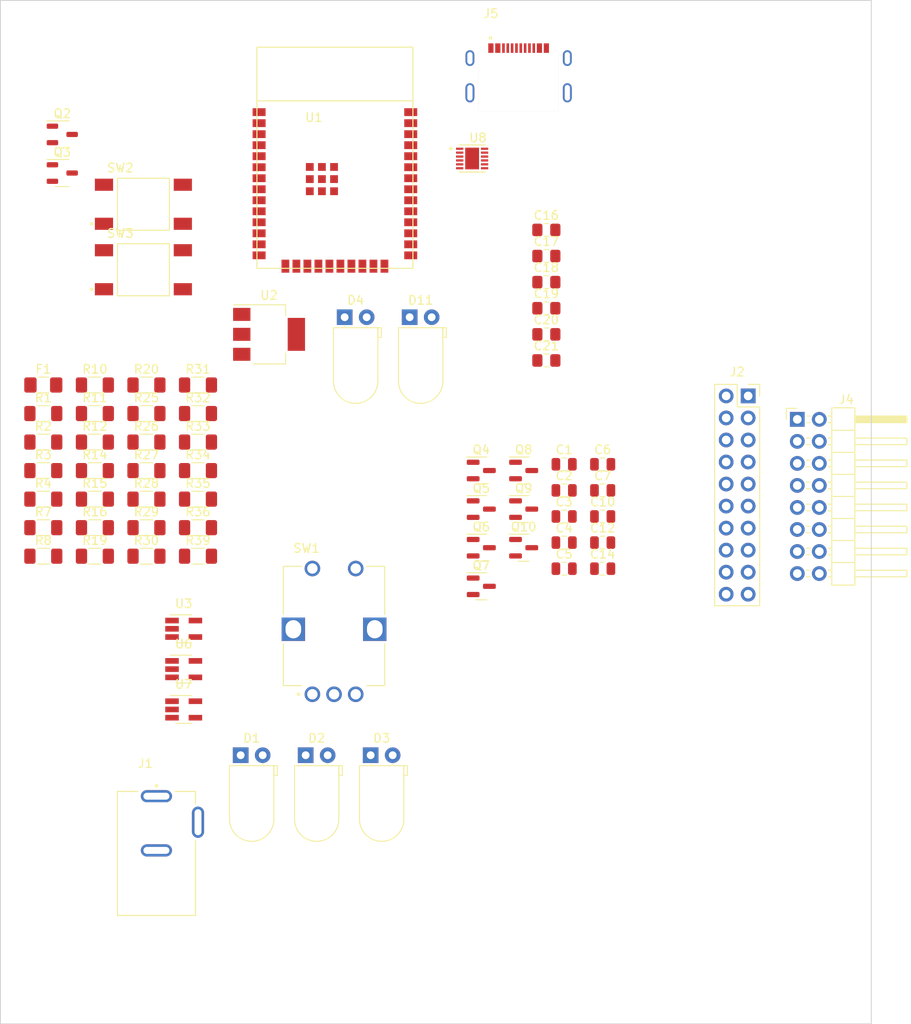
<source format=kicad_pcb>
(kicad_pcb (version 20221018) (generator pcbnew)
  (layers (0 "F.Cu" signal) (31 "B.Cu" signal) (34 "B.Paste" user) (35 "F.Paste" user) (36 "B.SilkS" user "B.Silkscreen") (37 "F.SilkS" user "F.Silkscreen") (38 "B.Mask" user) (39 "F.Mask" user) (44 "Edge.Cuts" user))
  (net 0 "")
  (net 1 "GND")
  (net 2 "VBUS")
  (net 3 "/RTS")
  (net 4 "/EN")
  (net 5 "+5V")
  (net 6 "+3V3")
  (net 12 "/EN_SW")
  (net 13 "/BOOT_SW")
  (net 17 "/CLK")
  (net 18 "Net-(D1-A)")
  (net 25 "/G1_IN")
  (net 26 "/B1_IN")
  (net 27 "/R1_OUT")
  (net 28 "/G1_OUT")
  (net 29 "Net-(D8-K)")
  (net 31 "/B1_OUT")
  (net 32 "/RXD0")
  (net 33 "/TXD0")
  (net 34 "Net-(D9-K)")
  (net 36 "Net-(D5-K)")
  (net 37 "/LAT")
  (net 38 "Net-(U8-3V3OUT)")
  (net 39 "/MODES")
  (net 40 "/BRIGHTNESS")
  (net 41 "/VOLUME")
  (net 42 "Net-(D2-A)")
  (net 43 "/DEV")
  (net 45 "Net-(J3-Pin_1)")
  (net 46 "/BOOT_AUTO")
  (net 47 "/CTS")
  (net 48 "Net-(D5-A)")
  (net 49 "Net-(D3-A)")
  (net 51 "Net-(D8-A)")
  (net 52 "Net-(D9-A)")
  (net 53 "Net-(U8-USBDM)")
  (net 54 "Net-(U8-USBDP)")
  (net 55 "/ROTARY_B")
  (net 56 "/ROTARY_A")
  (net 57 "/CS_E")
  (net 58 "/~{OE}")
  (net 59 "/CS_D")
  (net 60 "/CS_C")
  (net 61 "/CS_A")
  (net 62 "/~{LAT}")
  (net 63 "/CS_B")
  (net 67 "Net-(D4-A)")
  (net 68 "Net-(D11-A)")
  (net 69 "Net-(Q2-G)")
  (net 70 "/EN_AUTO")
  (net 71 "Net-(Q3-G)")
  (net 72 "Net-(Q4-S)")
  (net 73 "Net-(Q5-S)")
  (net 74 "Net-(Q6-S)")
  (net 75 "Net-(Q7-S)")
  (net 76 "Net-(Q8-S)")
  (net 77 "Net-(Q9-S)")
  (net 78 "Net-(Q10-S)")
  (net 79 "/BOOT")
  (net 81 "/R1_IN")
  (net 82 "Net-(C17-Pad1)")
  (net 83 "Net-(C19-Pad1)")
  (net 92 "Net-(J5-SHIELD)")
  (net 97 "/MODE_SELECT")
  (footprint "Package_TO_SOT_SMD:SOT-23" (layer "F.Cu") (at 170.49 98.05)
    (fp_text reference "Q7" (at 0 -2.4) (layer "F.SilkS"))
    (fp_text value "IRLML6244TRPBF")
    (pad "1" smd roundrect (at -0.9375 -0.95) (size 1.475 0.6) (layers "F.Cu" "F.Paste" "F.Mask") (net 39 "/MODES"))
    (pad "2" smd roundrect (at -0.9375 0.95) (size 1.475 0.6) (layers "F.Cu" "F.Paste" "F.Mask") (net 75 "Net-(Q7-S)"))
    (pad "3" smd roundrect (at 0.9375 0) (size 1.475 0.6) (layers "F.Cu" "F.Paste" "F.Mask") (net 5 "+5V"))
  )
  (footprint "Resistor_SMD:R_1206_3216Metric_Pad1.30x1.75mm_HandSolder" (layer "F.Cu") (at 137.8 88)
    (fp_text reference "R35" (at 0 -1.82) (layer "F.SilkS"))
    (fp_text value "10k")
    (pad "1" smd roundrect (at -1.55 0) (size 1.3 1.75) (layers "F.Cu" "F.Paste" "F.Mask") (roundrect_rratio 0.192308) (net 55 "/ROTARY_B"))
    (pad "2" smd roundrect (at 1.55 0) (size 1.3 1.75) (layers "F.Cu" "F.Paste" "F.Mask") (roundrect_rratio 0.192308) (net 6 "+3V3"))
  )
  (footprint "Package_TO_SOT_SMD:SOT-23" (layer "F.Cu") (at 175.38 89.15)
    (fp_text reference "Q9" (at 0 -2.4) (layer "F.SilkS"))
    (fp_text value "IRLML6244TRPBF")
    (pad "1" smd roundrect (at -0.9375 -0.95) (size 1.475 0.6) (layers "F.Cu" "F.Paste" "F.Mask") (net 41 "/VOLUME"))
    (pad "2" smd roundrect (at -0.9375 0.95) (size 1.475 0.6) (layers "F.Cu" "F.Paste" "F.Mask") (net 77 "Net-(Q9-S)"))
    (pad "3" smd roundrect (at 0.9375 0) (size 1.475 0.6) (layers "F.Cu" "F.Paste" "F.Mask") (net 5 "+5V"))
  )
  (footprint "Resistor_SMD:R_1206_3216Metric_Pad1.30x1.75mm_HandSolder" (layer "F.Cu") (at 119.95 84.71)
    (fp_text reference "R3" (at 0 -1.82) (layer "F.SilkS"))
    (fp_text value "82")
    (pad "1" smd roundrect (at -1.55 0) (size 1.3 1.75) (layers "F.Cu" "F.Paste" "F.Mask") (roundrect_rratio 0.192308) (net 49 "Net-(D3-A)"))
    (pad "2" smd roundrect (at 1.55 0) (size 1.3 1.75) (layers "F.Cu" "F.Paste" "F.Mask") (roundrect_rratio 0.192308) (net 77 "Net-(Q9-S)"))
  )
  (footprint "Capacitor_SMD:C_0805_2012Metric_Pad1.18x1.45mm_HandSolder" (layer "F.Cu") (at 178 59.97)
    (fp_text reference "C17" (at 0 -1.68) (layer "F.SilkS"))
    (fp_text value "47pF")
    (pad "1" smd roundrect (at -1.0375 0) (size 1.175 1.45) (layers "F.Cu" "F.Paste" "F.Mask") (roundrect_rratio 0.212766) (net 82 "Net-(C17-Pad1)"))
    (pad "2" smd roundrect (at 1.0375 0) (size 1.175 1.45) (layers "F.Cu" "F.Paste" "F.Mask") (roundrect_rratio 0.212766) (net 1 "GND"))
  )
  (footprint "Package_TO_SOT_SMD:SOT-23" (layer "F.Cu") (at 175.38 93.6)
    (fp_text reference "Q10" (at 0 -2.4) (layer "F.SilkS"))
    (fp_text value "IRLML6244TRPBF")
    (pad "1" smd roundrect (at -0.9375 -0.95) (size 1.475 0.6) (layers "F.Cu" "F.Paste" "F.Mask") (net 43 "/DEV"))
    (pad "2" smd roundrect (at -0.9375 0.95) (size 1.475 0.6) (layers "F.Cu" "F.Paste" "F.Mask") (net 78 "Net-(Q10-S)"))
    (pad "3" smd roundrect (at 0.9375 0) (size 1.475 0.6) (layers "F.Cu" "F.Paste" "F.Mask") (net 5 "+5V"))
  )
  (footprint "Resistor_SMD:R_1206_3216Metric_Pad1.30x1.75mm_HandSolder" (layer "F.Cu") (at 137.8 74.84)
    (fp_text reference "R31" (at 0 -1.82) (layer "F.SilkS"))
    (fp_text value "10k")
    (pad "1" smd roundrect (at -1.55 0) (size 1.3 1.75) (layers "F.Cu" "F.Paste" "F.Mask") (roundrect_rratio 0.192308) (net 73 "Net-(Q5-S)"))
    (pad "2" smd roundrect (at 1.55 0) (size 1.3 1.75) (layers "F.Cu" "F.Paste" "F.Mask") (roundrect_rratio 0.192308) (net 5 "+5V"))
  )
  (footprint "Resistor_SMD:R_1206_3216Metric_Pad1.30x1.75mm_HandSolder" (layer "F.Cu") (at 119.95 81.42)
    (fp_text reference "R2" (at 0 -1.82) (layer "F.SilkS"))
    (fp_text value "82")
    (pad "1" smd roundrect (at -1.55 0) (size 1.3 1.75) (layers "F.Cu" "F.Paste" "F.Mask") (roundrect_rratio 0.192308) (net 18 "Net-(D1-A)"))
    (pad "2" smd roundrect (at 1.55 0) (size 1.3 1.75) (layers "F.Cu" "F.Paste" "F.Mask") (roundrect_rratio 0.192308) (net 76 "Net-(Q8-S)"))
  )
  (footprint "spotify-led-matrix:MOLEX_2169900003" (layer "F.Cu") (at 174.8 41.15)
    (fp_text reference "J5" (at -3.195 -9.135) (layer "F.SilkS"))
    (fp_text value "USB_C_Receptacle_USB2.0")
    (fp_poly (pts (xy -6.12 -0.6) (xy -6.12 0.6) (xy -6.117 0.652) (xy -6.109 0.704) (xy -6.096 0.755) (xy -6.077 0.803) (xy -6.053 0.85) (xy -6.025 0.894) (xy -5.992 0.935) (xy -5.955 0.972) (xy -5.914 1.005) (xy -5.87 1.033) (xy -5.823 1.057) (xy -5.775 1.076) (xy -5.724 1.089) (xy -5.672 1.097) (xy -5.62 1.1) (xy -5.568 1.097) (xy -5.516 1.089) (xy -5.465 1.076) (xy -5.417 1.057) (xy -5.37 1.033) (xy -5.326 1.005) (xy -5.285 0.972) (xy -5.248 0.935) (xy -5.215 0.894) (xy -5.187 0.85) (xy -5.163 0.803) (xy -5.144 0.755) (xy -5.131 0.704) (xy -5.123 0.652) (xy -5.12 0.6) (xy -5.12 -0.6) (xy -5.123 -0.652) (xy -5.131 -0.704) (xy -5.144 -0.755) (xy -5.163 -0.803) (xy -5.187 -0.85) (xy -5.215 -0.894) (xy -5.248 -0.935) (xy -5.285 -0.972) (xy -5.326 -1.005) (xy -5.37 -1.033) (xy -5.417 -1.057) (xy -5.465 -1.076) (xy -5.516 -1.089) (xy -5.568 -1.097) (xy -5.62 -1.1) (xy -5.672 -1.097) (xy -5.724 -1.089) (xy -5.775 -1.076) (xy -5.823 -1.057) (xy -5.87 -1.033) (xy -5.914 -1.005) (xy -5.955 -0.972) (xy -5.992 -0.935) (xy -6.025 -0.894) (xy -6.053 -0.85) (xy -6.077 -0.803) (xy -6.096 -0.755) (xy -6.109 -0.704) (xy -6.117 -0.652) (xy -6.12 -0.6)) (stroke (width 0.01)) (fill solid) (layer "F.Cu"))
    (fp_poly (pts (xy -5.12 -3.6) (xy -5.123 -3.548) (xy -5.131 -3.496) (xy -5.144 -3.445) (xy -5.163 -3.397) (xy -5.187 -3.35) (xy -5.215 -3.306) (xy -5.248 -3.265) (xy -5.285 -3.228) (xy -5.326 -3.195) (xy -5.37 -3.167) (xy -5.417 -3.143) (xy -5.465 -3.124) (xy -5.516 -3.111) (xy -5.568 -3.103) (xy -5.62 -3.1) (xy -5.672 -3.103) (xy -5.724 -3.111) (xy -5.775 -3.124) (xy -5.823 -3.143) (xy -5.87 -3.167) (xy -5.914 -3.195) (xy -5.955 -3.228) (xy -5.992 -3.265) (xy -6.025 -3.306) (xy -6.053 -3.35) (xy -6.077 -3.397) (xy -6.096 -3.445) (xy -6.109 -3.496) (xy -6.117 -3.548) (xy -6.12 -3.6) (xy -6.12 -4.4) (xy -6.117 -4.452) (xy -6.109 -4.504) (xy -6.096 -4.555) (xy -6.077 -4.603) (xy -6.053 -4.65) (xy -6.025 -4.694) (xy -5.992 -4.735) (xy -5.955 -4.772) (xy -5.914 -4.805) (xy -5.87 -4.833) (xy -5.823 -4.857) (xy -5.775 -4.876) (xy -5.724 -4.889) (xy -5.672 -4.897) (xy -5.62 -4.9) (xy -5.568 -4.897) (xy -5.516 -4.889) (xy -5.465 -4.876) (xy -5.417 -4.857) (xy -5.37 -4.833) (xy -5.326 -4.805) (xy -5.285 -4.772) (xy -5.248 -4.735) (xy -5.215 -4.694) (xy -5.187 -4.65) (xy -5.163 -4.603) (xy -5.144 -4.555) (xy -5.131 -4.504) (xy -5.123 -4.452) (xy -5.12 -4.4) (xy -5.12 -3.6)) (stroke (width 0.01)) (fill solid) (layer "F.Cu"))
    (fp_poly (pts (xy 5.12 -4.4) (xy 5.12 -3.6) (xy 5.123 -3.548) (xy 5.131 -3.496) (xy 5.144 -3.445) (xy 5.163 -3.397) (xy 5.187 -3.35) (xy 5.215 -3.306) (xy 5.248 -3.265) (xy 5.285 -3.228) (xy 5.326 -3.195) (xy 5.37 -3.167) (xy 5.417 -3.143) (xy 5.465 -3.124) (xy 5.516 -3.111) (xy 5.568 -3.103) (xy 5.62 -3.1) (xy 5.672 -3.103) (xy 5.724 -3.111) (xy 5.775 -3.124) (xy 5.823 -3.143) (xy 5.87 -3.167) (xy 5.914 -3.195) (xy 5.955 -3.228) (xy 5.992 -3.265) (xy 6.025 -3.306) (xy 6.053 -3.35) (xy 6.077 -3.397) (xy 6.096 -3.445) (xy 6.109 -3.496) (xy 6.117 -3.548) (xy 6.12 -3.6) (xy 6.12 -4.4) (xy 6.117 -4.452) (xy 6.109 -4.504) (xy 6.096 -4.555) (xy 6.077 -4.603) (xy 6.053 -4.65) (xy 6.025 -4.694) (xy 5.992 -4.735) (xy 5.955 -4.772) (xy 5.914 -4.805) (xy 5.87 -4.833) (xy 5.823 -4.857) (xy 5.775 -4.876) (xy 5.724 -4.889) (xy 5.672 -4.897) (xy 5.62 -4.9) (xy 5.568 -4.897) (xy 5.516 -4.889) (xy 5.465 -4.876) (xy 5.417 -4.857) (xy 5.37 -4.833) (xy 5.326 -4.805) (xy 5.285 -4.772) (xy 5.248 -4.735) (xy 5.215 -4.694) (xy 5.187 -4.65) (xy 5.163 -4.603) (xy 5.144 -4.555) (xy 5.131 -4.504) (xy 5.123 -4.452) (xy 5.12 -4.4)) (stroke (width 0.01)) (fill solid) (layer "F.Cu"))
    (fp_poly (pts (xy 5.12 -0.6) (xy 5.12 0.6) (xy 5.123 0.652) (xy 5.131 0.704) (xy 5.144 0.755) (xy 5.163 0.803) (xy 5.187 0.85) (xy 5.215 0.894) (xy 5.248 0.935) (xy 5.285 0.972) (xy 5.326 1.005) (xy 5.37 1.033) (xy 5.417 1.057) (xy 5.465 1.076) (xy 5.516 1.089) (xy 5.568 1.097) (xy 5.62 1.1) (xy 5.672 1.097) (xy 5.724 1.089) (xy 5.775 1.076) (xy 5.823 1.057) (xy 5.87 1.033) (xy 5.914 1.005) (xy 5.955 0.972) (xy 5.992 0.935) (xy 6.025 0.894) (xy 6.053 0.85) (xy 6.077 0.803) (xy 6.096 0.755) (xy 6.109 0.704) (xy 6.117 0.652) (xy 6.12 0.6) (xy 6.12 -0.6) (xy 6.117 -0.652) (xy 6.109 -0.704) (xy 6.096 -0.755) (xy 6.077 -0.803) (xy 6.053 -0.85) (xy 6.025 -0.894) (xy 5.992 -0.935) (xy 5.955 -0.972) (xy 5.914 -1.005) (xy 5.87 -1.033) (xy 5.823 -1.057) (xy 5.775 -1.076) (xy 5.724 -1.089) (xy 5.672 -1.097) (xy 5.62 -1.1) (xy 5.568 -1.097) (xy 5.516 -1.089) (xy 5.465 -1.076) (xy 5.417 -1.057) (xy 5.37 -1.033) (xy 5.326 -1.005) (xy 5.285 -0.972) (xy 5.248 -0.935) (xy 5.215 -0.894) (xy 5.187 -0.85) (xy 5.163 -0.803) (xy 5.144 -0.755) (xy 5.131 -0.704) (xy 5.123 -0.652) (xy 5.12 -0.6)) (stroke (width 0.01)) (fill solid) (layer "F.Cu"))
    (fp_poly (pts (xy -6.12 -0.6) (xy -6.12 0.6) (xy -6.117 0.652) (xy -6.109 0.704) (xy -6.096 0.755) (xy -6.077 0.803) (xy -6.053 0.85) (xy -6.025 0.894) (xy -5.992 0.935) (xy -5.955 0.972) (xy -5.914 1.005) (xy -5.87 1.033) (xy -5.823 1.057) (xy -5.775 1.076) (xy -5.724 1.089) (xy -5.672 1.097) (xy -5.62 1.1) (xy -5.568 1.097) (xy -5.516 1.089) (xy -5.465 1.076) (xy -5.417 1.057) (xy -5.37 1.033) (xy -5.326 1.005) (xy -5.285 0.972) (xy -5.248 0.935) (xy -5.215 0.894) (xy -5.187 0.85) (xy -5.163 0.803) (xy -5.144 0.755) (xy -5.131 0.704) (xy -5.123 0.652) (xy -5.12 0.6) (xy -5.12 -0.6) (xy -5.123 -0.652) (xy -5.131 -0.704) (xy -5.144 -0.755) (xy -5.163 -0.803) (xy -5.187 -0.85) (xy -5.215 -0.894) (xy -5.248 -0.935) (xy -5.285 -0.972) (xy -5.326 -1.005) (xy -5.37 -1.033) (xy -5.417 -1.057) (xy -5.465 -1.076) (xy -5.516 -1.089) (xy -5.568 -1.097) (xy -5.62 -1.1) (xy -5.672 -1.097) (xy -5.724 -1.089) (xy -5.775 -1.076) (xy -5.823 -1.057) (xy -5.87 -1.033) (xy -5.914 -1.005) (xy -5.955 -0.972) (xy -5.992 -0.935) (xy -6.025 -0.894) (xy -6.053 -0.85) (xy -6.077 -0.803) (xy -6.096 -0.755) (xy -6.109 -0.704) (xy -6.117 -0.652) (xy -6.12 -0.6)) (stroke (width 0.01)) (fill solid) (layer "B.Cu"))
    (fp_poly (pts (xy -5.12 -3.6) (xy -5.123 -3.548) (xy -5.131 -3.496) (xy -5.144 -3.445) (xy -5.163 -3.397) (xy -5.187 -3.35) (xy -5.215 -3.306) (xy -5.248 -3.265) (xy -5.285 -3.228) (xy -5.326 -3.195) (xy -5.37 -3.167) (xy -5.417 -3.143) (xy -5.465 -3.124) (xy -5.516 -3.111) (xy -5.568 -3.103) (xy -5.62 -3.1) (xy -5.672 -3.103) (xy -5.724 -3.111) (xy -5.775 -3.124) (xy -5.823 -3.143) (xy -5.87 -3.167) (xy -5.914 -3.195) (xy -5.955 -3.228) (xy -5.992 -3.265) (xy -6.025 -3.306) (xy -6.053 -3.35) (xy -6.077 -3.397) (xy -6.096 -3.445) (xy -6.109 -3.496) (xy -6.117 -3.548) (xy -6.12 -3.6) (xy -6.12 -4.4) (xy -6.117 -4.452) (xy -6.109 -4.504) (xy -6.096 -4.555) (xy -6.077 -4.603) (xy -6.053 -4.65) (xy -6.025 -4.694) (xy -5.992 -4.735) (xy -5.955 -4.772) (xy -5.914 -4.805) (xy -5.87 -4.833) (xy -5.823 -4.857) (xy -5.775 -4.876) (xy -5.724 -4.889) (xy -5.672 -4.897) (xy -5.62 -4.9) (xy -5.568 -4.897) (xy -5.516 -4.889) (xy -5.465 -4.876) (xy -5.417 -4.857) (xy -5.37 -4.833) (xy -5.326 -4.805) (xy -5.285 -4.772) (xy -5.248 -4.735) (xy -5.215 -4.694) (xy -5.187 -4.65) (xy -5.163 -4.603) (xy -5.144 -4.555) (xy -5.131 -4.504) (xy -5.123 -4.452) (xy -5.12 -4.4) (xy -5.12 -3.6)) (stroke (width 0.01)) (fill solid) (layer "B.Cu"))
    (fp_poly (pts (xy 5.12 -4.4) (xy 5.12 -3.6) (xy 5.123 -3.548) (xy 5.131 -3.496) (xy 5.144 -3.445) (xy 5.163 -3.397) (xy 5.187 -3.35) (xy 5.215 -3.306) (xy 5.248 -3.265) (xy 5.285 -3.228) (xy 5.326 -3.195) (xy 5.37 -3.167) (xy 5.417 -3.143) (xy 5.465 -3.124) (xy 5.516 -3.111) (xy 5.568 -3.103) (xy 5.62 -3.1) (xy 5.672 -3.103) (xy 5.724 -3.111) (xy 5.775 -3.124) (xy 5.823 -3.143) (xy 5.87 -3.167) (xy 5.914 -3.195) (xy 5.955 -3.228) (xy 5.992 -3.265) (xy 6.025 -3.306) (xy 6.053 -3.35) (xy 6.077 -3.397) (xy 6.096 -3.445) (xy 6.109 -3.496) (xy 6.117 -3.548) (xy 6.12 -3.6) (xy 6.12 -4.4) (xy 6.117 -4.452) (xy 6.109 -4.504) (xy 6.096 -4.555) (xy 6.077 -4.603) (xy 6.053 -4.65) (xy 6.025 -4.694) (xy 5.992 -4.735) (xy 5.955 -4.772) (xy 5.914 -4.805) (xy 5.87 -4.833) (xy 5.823 -4.857) (xy 5.775 -4.876) (xy 5.724 -4.889) (xy 5.672 -4.897) (xy 5.62 -4.9) (xy 5.568 -4.897) (xy 5.516 -4.889) (xy 5.465 -4.876) (xy 5.417 -4.857) (xy 5.37 -4.833) (xy 5.326 -4.805) (xy 5.285 -4.772) (xy 5.248 -4.735) (xy 5.215 -4.694) (xy 5.187 -4.65) (xy 5.163 -4.603) (xy 5.144 -4.555) (xy 5.131 -4.504) (xy 5.123 -4.452) (xy 5.12 -4.4)) (stroke (width 0.01)) (fill solid) (layer "B.Cu"))
    (fp_poly (pts (xy 5.12 -0.6) (xy 5.12 0.6) (xy 5.123 0.652) (xy 5.131 0.704) (xy 5.144 0.755) (xy 5.163 0.803) (xy 5.187 0.85) (xy 5.215 0.894) (xy 5.248 0.935) (xy 5.285 0.972) (xy 5.326 1.005) (xy 5.37 1.033) (xy 5.417 1.057) (xy 5.465 1.076) (xy 5.516 1.089) (xy 5.568 1.097) (xy 5.62 1.1) (xy 5.672 1.097) (xy 5.724 1.089) (xy 5.775 1.076) (xy 5.823 1.057) (xy 5.87 1.033) (xy 5.914 1.005) (xy 5.955 0.972) (xy 5.992 0.935) (xy 6.025 0.894) (xy 6.053 0.85) (xy 6.077 0.803) (xy 6.096 0.755) (xy 6.109 0.704) (xy 6.117 0.652) (xy 6.12 0.6) (xy 6.12 -0.6) (xy 6.117 -0.652) (xy 6.109 -0.704) (xy 6.096 -0.755) (xy 6.077 -0.803) (xy 6.053 -0.85) (xy 6.025 -0.894) (xy 5.992 -0.935) (xy 5.955 -0.972) (xy 5.914 -1.005) (xy 5.87 -1.033) (xy 5.823 -1.057) (xy 5.775 -1.076) (xy 5.724 -1.089) (xy 5.672 -1.097) (xy 5.62 -1.1) (xy 5.568 -1.097) (xy 5.516 -1.089) (xy 5.465 -1.076) (xy 5.417 -1.057) (xy 5.37 -1.033) (xy 5.326 -1.005) (xy 5.285 -0.972) (xy 5.248 -0.935) (xy 5.215 -0.894) (xy 5.187 -0.85) (xy 5.163 -0.803) (xy 5.144 -0.755) (xy 5.131 -0.704) (xy 5.123 -0.652) (xy 5.12 -0.6)) (stroke (width 0.01)) (fill solid) (layer "B.Cu"))
    (fp_line (start -4.62 2.1) (end -4.62 -4.6) (stroke (width 0.01)) (layer "Edge.Cuts"))
    (fp_line (start -4.62 2.1) (end 4.62 2.1) (stroke (width 0.01)) (layer "Edge.Cuts"))
    (fp_line (start -3.80038 -4.6) (end 3.80038 -4.6) (stroke (width 0.01)) (layer "Edge.Cuts"))
    (fp_line (start 4.62 2.1) (end 4.62 -4.6) (stroke (width 0.01)) (layer "Edge.Cuts"))
    (fp_arc (start -4.62 -4.6) (mid -4.397645 -4.889779) (end -4.060191 -4.750001) (stroke (width 0.01)) (layer "Edge.Cuts"))
    (fp_arc (start -3.80038 -4.6) (mid -3.950382 -4.640191) (end -4.060191 -4.75) (stroke (width 0.01)) (layer "Edge.Cuts"))
    (fp_arc (start 4.06019 -4.75) (mid 3.950381 -4.640192) (end 3.80038 -4.6) (stroke (width 0.01)) (layer "Edge.Cuts"))
    (fp_arc (start 4.06019 -4.75) (mid 4.397644 -4.889779) (end 4.62 -4.600001) (stroke (width 0.01)) (layer "Edge.Cuts"))
    (pad "A1_B12" smd rect (at -3.2 -5.15) (size 0.6 1.1) (layers "F.Cu" "F.Paste" "F.Mask"))
    (pad "A4_B9" smd rect (at -2.4 -5.15) (size 0.6 1.1) (layers "F.Cu" "F.Paste" "F.Mask"))
    (pad "A5" smd rect (at -1.25 -5.15) (size 0.3 1.1) (layers "F.Cu" "F.Paste" "F.Mask"))
    (pad "A6" smd rect (at -0.25 -5.15) (size 0.3 1.1) (layers "F.Cu" "F.Paste" "F.Mask") (net 83 "Net-(C19-Pad1)"))
    (pad "A7" smd rect (at 0.25 -5.15) (size 0.3 1.1) (layers "F.Cu" "F.Paste" "F.Mask") (net 82 "Net-(C17-Pad1)"))
    (pad "A8" smd rect (at 1.25 -5.15) (size 0.3 1.1) (layers "F.Cu" "F.Paste" "F.Mask"))
    (pad "B1_A12" smd rect (at 3.2 -5.15) (size 0.6 1.1) (layers "F.Cu" "F.Paste" "F.Mask"))
    (pad "B4_A9" smd rect (at 2.4 -5.15) (size 0.6 1.1) (layers "F.Cu" "F.Paste" "F.Mask"))
    (pad "B5" smd rect (at 1.75 -5.15) (size 0.3 1.1) (layers "F.Cu" "F.Paste" "F.Mask"))
    (pad "B6" smd rect (at 0.75 -5.15) (size 0.3 1.1) (layers "F.Cu" "F.Paste" "F.Mask") (net 83 "Net-(C19-Pad1)"))
    (pad "B7" smd rect (at -0.75 -5.15) (size 0.3 1.1) (layers "F.Cu" "F.Paste" "F.Mask") (net 82 "Net-(C17-Pad1)"))
    (pad "B8" smd rect (at -1.75 -5.15) (size 0.3 1.1) (layers "F.Cu" "F.Paste" "F.Mask"))
    (pad "S1" thru_hole oval (at -5.62 0) (size 1 2) (drill oval 0.6 1.8) (layers "*.Cu") (net 92 "Net-(J5-SHIELD)"))
    (pad "S2" thru_hole oval (at 5.62 0) (size 1 2) (drill oval 0.6 1.8) (layers "*.Cu"))
    (pad "S3" thru_hole oval (at -5.62 -4) (size 0.9 1.8) (drill oval 0.6 1.4) (layers "*.Cu"))
    (pad "S4" thru_hole oval (at 5.62 -4) (size 0.9 1.8) (drill oval 0.6 1.4) (layers "*.Cu"))
  )
  (footprint "Resistor_SMD:R_1206_3216Metric_Pad1.30x1.75mm_HandSolder" (layer "F.Cu") (at 131.85 84.71)
    (fp_text reference "R27" (at 0 -1.82) (layer "F.SilkS"))
    (fp_text value "10k")
    (pad "1" smd roundrect (at -1.55 0) (size 1.3 1.75) (layers "F.Cu" "F.Paste" "F.Mask") (roundrect_rratio 0.192308) (net 52 "Net-(D9-A)"))
    (pad "2" smd roundrect (at 1.55 0) (size 1.3 1.75) (layers "F.Cu" "F.Paste" "F.Mask") (roundrect_rratio 0.192308) (net 5 "+5V"))
  )
  (footprint "LED_THT:LED_D5.0mm_Horizontal_O1.27mm_Z9.0mm" (layer "F.Cu") (at 142.725 117.525)
    (fp_text reference "D1" (at 1.27 -1.96) (layer "F.SilkS"))
    (fp_text value "BRIGHTNESS")
    (pad "1" thru_hole rect (at 0 0) (size 1.8 1.8) (drill 0.9) (layers "*.Cu" "*.Mask") (net 1 "GND"))
    (pad "2" thru_hole circle (at 2.54 0) (size 1.8 1.8) (drill 0.9) (layers "*.Cu" "*.Mask") (net 18 "Net-(D1-A)"))
  )
  (footprint "Package_TO_SOT_SMD:SOT-23-3" (layer "F.Cu") (at 122.1375 50.4)
    (fp_text reference "Q3" (at 0 -2.4) (layer "F.SilkS"))
    (fp_text value "SS8050-G")
    (pad "1" smd roundrect (at -1.1375 -0.95) (size 1.325 0.6) (layers "F.Cu" "F.Paste" "F.Mask") (net 71 "Net-(Q3-G)"))
    (pad "2" smd roundrect (at -1.1375 0.95) (size 1.325 0.6) (layers "F.Cu" "F.Paste" "F.Mask") (net 46 "/BOOT_AUTO"))
    (pad "3" smd roundrect (at 1.1375 0) (size 1.325 0.6) (layers "F.Cu" "F.Paste" "F.Mask") (net 47 "/CTS"))
  )
  (footprint "Capacitor_SMD:C_0805_2012Metric" (layer "F.Cu") (at 180.05 90)
    (fp_text reference "C3" (at 0 -1.68) (layer "F.SilkS"))
    (fp_text value "22uF")
    (pad "1" smd roundrect (at -0.95 0) (size 1 1.45) (layers "F.Cu" "F.Paste" "F.Mask") (net 6 "+3V3"))
    (pad "2" smd roundrect (at 0.95 0) (size 1 1.45) (layers "F.Cu" "F.Paste" "F.Mask") (net 1 "GND"))
  )
  (footprint "spotify-led-matrix:SON45P300X300X80-13N" (layer "F.Cu") (at 169.435 48.725)
    (fp_text reference "U8" (at 0.675 -2.385) (layer "F.SilkS"))
    (fp_text value "FT234XD-R")
    (pad "1" smd roundrect (at -1.435 -1.125) (size 0.84 0.25) (layers "F.Cu" "F.Paste" "F.Mask") (roundrect_rratio 0.03) (net 53 "Net-(U8-USBDM)"))
    (pad "2" smd roundrect (at -1.435 -0.675) (size 0.84 0.25) (layers "F.Cu" "F.Paste" "F.Mask") (roundrect_rratio 0.03) (net 38 "Net-(U8-3V3OUT)"))
    (pad "3" smd roundrect (at -1.435 -0.225) (size 0.84 0.25) (layers "F.Cu" "F.Paste" "F.Mask") (roundrect_rratio 0.03) (net 38 "Net-(U8-3V3OUT)"))
    (pad "4" smd roundrect (at -1.435 0.225) (size 0.84 0.25) (layers "F.Cu" "F.Paste" "F.Mask") (roundrect_rratio 0.03) (net 5 "+5V"))
    (pad "5" smd roundrect (at -1.435 0.675) (size 0.84 0.25) (layers "F.Cu" "F.Paste" "F.Mask") (roundrect_rratio 0.03) (net 1 "GND"))
    (pad "6" smd roundrect (at -1.435 1.125) (size 0.84 0.25) (layers "F.Cu" "F.Paste" "F.Mask") (roundrect_rratio 0.03))
    (pad "7" smd roundrect (at 1.435 1.125) (size 0.84 0.25) (layers "F.Cu" "F.Paste" "F.Mask") (roundrect_rratio 0.03) (net 33 "/TXD0"))
    (pad "8" smd roundrect (at 1.435 0.675) (size 0.84 0.25) (layers "F.Cu" "F.Paste" "F.Mask") (roundrect_rratio 0.03) (net 3 "/RTS"))
    (pad "9" smd roundrect (at 1.435 0.225) (size 0.84 0.25) (layers "F.Cu" "F.Paste" "F.Mask") (roundrect_rratio 0.03) (net 38 "Net-(U8-3V3OUT)"))
    (pad "10" smd roundrect (at 1.435 -0.225) (size 0.84 0.25) (layers "F.Cu" "F.Paste" "F.Mask") (roundrect_rratio 0.03) (net 32 "/RXD0"))
    (pad "11" smd roundrect (at 1.435 -0.675) (size 0.84 0.25) (layers "F.Cu" "F.Paste" "F.Mask") (roundrect_rratio 0.03) (net 47 "/CTS"))
    (pad "12" smd roundrect (at 1.435 -1.125) (size 0.84 0.25) (layers "F.Cu" "F.Paste" "F.Mask") (roundrect_rratio 0.03) (net 54 "Net-(U8-USBDP)"))
    (pad "13" smd rect (at 0 0) (size 1.6 2.5) (layers "F.Cu" "F.Mask") (net 1 "GND"))
  )
  (footprint "Resistor_SMD:R_1206_3216Metric_Pad1.30x1.75mm_HandSolder" (layer "F.Cu") (at 119.95 88)
    (fp_text reference "R4" (at 0 -1.82) (layer "F.SilkS"))
    (fp_text value "10k")
    (pad "1" smd roundrect (at -1.55 0) (size 1.3 1.75) (layers "F.Cu" "F.Paste" "F.Mask") (roundrect_rratio 0.192308) (net 48 "Net-(D5-A)"))
    (pad "2" smd roundrect (at 1.55 0) (size 1.3 1.75) (layers "F.Cu" "F.Paste" "F.Mask") (roundrect_rratio 0.192308) (net 5 "+5V"))
  )
  (footprint "Capacitor_SMD:C_0805_2012Metric_Pad1.18x1.45mm_HandSolder" (layer "F.Cu") (at 178 62.98)
    (fp_text reference "C18" (at 0 -1.68) (layer "F.SilkS"))
    (fp_text value "100nF")
    (pad "1" smd roundrect (at -1.0375 0) (size 1.175 1.45) (layers "F.Cu" "F.Paste" "F.Mask") (roundrect_rratio 0.212766) (net 5 "+5V"))
    (pad "2" smd roundrect (at 1.0375 0) (size 1.175 1.45) (layers "F.Cu" "F.Paste" "F.Mask") (roundrect_rratio 0.212766) (net 1 "GND"))
  )
  (footprint "Package_TO_SOT_SMD:SOT-23-3" (layer "F.Cu") (at 122.1375 45.95)
    (fp_text reference "Q2" (at 0 -2.4) (layer "F.SilkS"))
    (fp_text value "SS8050-G")
    (pad "1" smd roundrect (at -1.1375 -0.95) (size 1.325 0.6) (layers "F.Cu" "F.Paste" "F.Mask") (net 69 "Net-(Q2-G)"))
    (pad "2" smd roundrect (at -1.1375 0.95) (size 1.325 0.6) (layers "F.Cu" "F.Paste" "F.Mask") (net 3 "/RTS"))
    (pad "3" smd roundrect (at 1.1375 0) (size 1.325 0.6) (layers "F.Cu" "F.Paste" "F.Mask") (net 70 "/EN_AUTO"))
  )
  (footprint "Capacitor_SMD:C_0805_2012Metric" (layer "F.Cu") (at 180.05 96.02)
    (fp_text reference "C5" (at 0 -1.68) (layer "F.SilkS"))
    (fp_text value "1uF")
    (pad "1" smd roundrect (at -0.95 0) (size 1 1.45) (layers "F.Cu" "F.Paste" "F.Mask") (net 4 "/EN"))
    (pad "2" smd roundrect (at 0.95 0) (size 1 1.45) (layers "F.Cu" "F.Paste" "F.Mask") (net 1 "GND"))
  )
  (footprint "Package_TO_SOT_SMD:SOT-23" (layer "F.Cu") (at 170.49 84.7)
    (fp_text reference "Q4" (at 0 -2.4) (layer "F.SilkS"))
    (fp_text value "IRLML6244TRPBF")
    (pad "1" smd roundrect (at -0.9375 -0.95) (size 1.475 0.6) (layers "F.Cu" "F.Paste" "F.Mask") (net 5 "+5V"))
    (pad "2" smd roundrect (at -0.9375 0.95) (size 1.475 0.6) (layers "F.Cu" "F.Paste" "F.Mask") (net 72 "Net-(Q4-S)"))
    (pad "3" smd roundrect (at 0.9375 0) (size 1.475 0.6) (layers "F.Cu" "F.Paste" "F.Mask") (net 97 "/MODE_SELECT"))
  )
  (footprint "Resistor_SMD:R_1206_3216Metric_Pad1.30x1.75mm_HandSolder" (layer "F.Cu") (at 125.9 78.13)
    (fp_text reference "R11" (at 0 -1.82) (layer "F.SilkS"))
    (fp_text value "1k")
    (pad "1" smd roundrect (at -1.55 0) (size 1.3 1.75) (layers "F.Cu" "F.Paste" "F.Mask") (roundrect_rratio 0.192308) (net 48 "Net-(D5-A)"))
    (pad "2" smd roundrect (at 1.55 0) (size 1.3 1.75) (layers "F.Cu" "F.Paste" "F.Mask") (roundrect_rratio 0.192308) (net 36 "Net-(D5-K)"))
  )
  (footprint "LED_THT:LED_D5.0mm_Horizontal_O1.27mm_Z9.0mm" (layer "F.Cu") (at 157.725 117.525)
    (fp_text reference "D3" (at 1.27 -1.96) (layer "F.SilkS"))
    (fp_text value "VOLUME")
    (pad "1" thru_hole rect (at 0 0) (size 1.8 1.8) (drill 0.9) (layers "*.Cu" "*.Mask") (net 1 "GND"))
    (pad "2" thru_hole circle (at 2.54 0) (size 1.8 1.8) (drill 0.9) (layers "*.Cu" "*.Mask") (net 49 "Net-(D3-A)"))
  )
  (footprint "Capacitor_SMD:C_0805_2012Metric" (layer "F.Cu") (at 180.05 86.99)
    (fp_text reference "C2" (at 0 -1.68) (layer "F.SilkS"))
    (fp_text value "1uF")
    (pad "1" smd roundrect (at -0.95 0) (size 1 1.45) (layers "F.Cu" "F.Paste" "F.Mask") (net 6 "+3V3"))
    (pad "2" smd roundrect (at 0.95 0) (size 1 1.45) (layers "F.Cu" "F.Paste" "F.Mask") (net 1 "GND"))
  )
  (footprint "Resistor_SMD:R_1206_3216Metric_Pad1.30x1.75mm_HandSolder" (layer "F.Cu") (at 131.85 91.29)
    (fp_text reference "R29" (at 0 -1.82) (layer "F.SilkS"))
    (fp_text value "10k")
    (pad "1" smd roundrect (at -1.55 0) (size 1.3 1.75) (layers "F.Cu" "F.Paste" "F.Mask") (roundrect_rratio 0.192308) (net 72 "Net-(Q4-S)"))
    (pad "2" smd roundrect (at 1.55 0) (size 1.3 1.75) (layers "F.Cu" "F.Paste" "F.Mask") (roundrect_rratio 0.192308) (net 5 "+5V"))
  )
  (footprint "Capacitor_SMD:C_0805_2012Metric" (layer "F.Cu") (at 180.05 93.01)
    (fp_text reference "C4" (at 0 -1.68) (layer "F.SilkS"))
    (fp_text value "0.1uF")
    (pad "1" smd roundrect (at -0.95 0) (size 1 1.45) (layers "F.Cu" "F.Paste" "F.Mask") (net 6 "+3V3"))
    (pad "2" smd roundrect (at 0.95 0) (size 1 1.45) (layers "F.Cu" "F.Paste" "F.Mask") (net 1 "GND"))
  )
  (footprint "spotify-led-matrix:SW_TL3301DF160QG" (layer "F.Cu") (at 131.5 61.55)
    (fp_text reference "SW3" (at -2.669595 -4.195065) (layer "F.SilkS") (effects (font (size 1.000969 1.000969))))
    (fp_text value "BOOT")
    (pad "1" smd rect (at -4.55 2.25) (size 2.1 1.4) (layers "F.Cu" "F.Paste" "F.Mask") (net 1 "GND"))
    (pad "1" smd rect (at 4.55 2.25) (size 2.1 1.4) (layers "F.Cu" "F.Paste" "F.Mask") (net 1 "GND"))
    (pad "2" smd rect (at -4.55 -2.25) (size 2.1 1.4) (layers "F.Cu" "F.Paste" "F.Mask") (net 13 "/BOOT_SW"))
    (pad "2" smd rect (at 4.55 -2.25) (size 2.1 1.4) (layers "F.Cu" "F.Paste" "F.Mask") (net 13 "/BOOT_SW"))
  )
  (footprint "Resistor_SMD:R_1206_3216Metric_Pad1.30x1.75mm_HandSolder" (layer "F.Cu") (at 137.8 94.58)
    (fp_text reference "R39" (at 0 -1.82) (layer "F.SilkS"))
    (fp_text value "120")
    (pad "1" smd roundrect (at -1.55 0) (size 1.3 1.75) (layers "F.Cu" "F.Paste" "F.Mask") (roundrect_rratio 0.192308) (net 68 "Net-(D11-A)"))
    (pad "2" smd roundrect (at 1.55 0) (size 1.3 1.75) (layers "F.Cu" "F.Paste" "F.Mask") (roundrect_rratio 0.192308) (net 2 "VBUS"))
  )
  (footprint "Capacitor_SMD:C_0805_2012Metric_Pad1.18x1.45mm_HandSolder" (layer "F.Cu") (at 178 65.99)
    (fp_text reference "C19" (at 0 -1.68) (layer "F.SilkS"))
    (fp_text value "47pF")
    (pad "1" smd roundrect (at -1.0375 0) (size 1.175 1.45) (layers "F.Cu" "F.Paste" "F.Mask") (roundrect_rratio 0.212766) (net 83 "Net-(C19-Pad1)"))
    (pad "2" smd roundrect (at 1.0375 0) (size 1.175 1.45) (layers "F.Cu" "F.Paste" "F.Mask") (roundrect_rratio 0.212766) (net 1 "GND"))
  )
  (footprint "spotify-led-matrix:54-00166" (layer "F.Cu") (at 133 128.5)
    (fp_text reference "J1" (at -1.27 -10.0225) (layer "F.SilkS"))
    (fp_text value "+5V")
    (pad "A" thru_hole oval (at 0 -6.25) (size 3.6 1.4) (drill oval 3 0.8) (layers "*.Cu" "*.Mask") (net 5 "+5V"))
    (pad "B" thru_hole oval (at 0 0) (size 3.6 1.4) (drill oval 3 0.8) (layers "*.Cu" "*.Mask") (net 1 "GND"))
    (pad "C" thru_hole oval (at 4.8 -3.25) (size 1.4 3.6) (drill oval 0.8 3) (layers "*.Cu" "*.Mask") (net 1 "GND"))
  )
  (footprint "Capacitor_SMD:C_0805_2012Metric" (layer "F.Cu") (at 184.5 96.02)
    (fp_text reference "C14" (at 0 -1.68) (layer "F.SilkS"))
    (fp_text value "0.1uF")
    (pad "1" smd roundrect (at -0.95 0) (size 1 1.45) (layers "F.Cu" "F.Paste" "F.Mask") (net 34 "Net-(D9-K)"))
    (pad "2" smd roundrect (at 0.95 0) (size 1 1.45) (layers "F.Cu" "F.Paste" "F.Mask") (net 1 "GND"))
  )
  (footprint "Capacitor_SMD:C_0805_2012Metric_Pad1.18x1.45mm_HandSolder" (layer "F.Cu") (at 178 69)
    (fp_text reference "C20" (at 0 -1.68) (layer "F.SilkS"))
    (fp_text value "4.7uF")
    (pad "1" smd roundrect (at -1.0375 0) (size 1.175 1.45) (layers "F.Cu" "F.Paste" "F.Mask") (roundrect_rratio 0.212766) (net 5 "+5V"))
    (pad "2" smd roundrect (at 1.0375 0) (size 1.175 1.45) (layers "F.Cu" "F.Paste" "F.Mask") (roundrect_rratio 0.212766) (net 1 "GND"))
  )
  (footprint "Capacitor_SMD:C_0805_2012Metric_Pad1.18x1.45mm_HandSolder" (layer "F.Cu") (at 178 72.01)
    (fp_text reference "C21" (at 0 -1.68) (layer "F.SilkS"))
    (fp_text value "100nF")
    (pad "1" smd roundrect (at -1.0375 0) (size 1.175 1.45) (layers "F.Cu" "F.Paste" "F.Mask") (roundrect_rratio 0.212766) (net 38 "Net-(U8-3V3OUT)"))
    (pad "2" smd roundrect (at 1.0375 0) (size 1.175 1.45) (layers "F.Cu" "F.Paste" "F.Mask") (roundrect_rratio 0.212766) (net 1 "GND"))
  )
  (footprint "Resistor_SMD:R_1206_3216Metric_Pad1.30x1.75mm_HandSolder" (layer "F.Cu") (at 125.9 94.58)
    (fp_text reference "R19" (at 0 -1.82) (layer "F.SilkS"))
    (fp_text value "10k")
    (pad "1" smd roundrect (at -1.55 0) (size 1.3 1.75) (layers "F.Cu" "F.Paste" "F.Mask") (roundrect_rratio 0.192308) (net 47 "/CTS"))
    (pad "2" smd roundrect (at 1.55 0) (size 1.3 1.75) (layers "F.Cu" "F.Paste" "F.Mask") (roundrect_rratio 0.192308) (net 69 "Net-(Q2-G)"))
  )
  (footprint "Package_TO_SOT_SMD:SOT-23" (layer "F.Cu") (at 170.49 93.6)
    (fp_text reference "Q6" (at 0 -2.4) (layer "F.SilkS"))
    (fp_text value "IRLML6244TRPBF")
    (pad "1" smd roundrect (at -0.9375 -0.95) (size 1.475 0.6) (layers "F.Cu" "F.Paste" "F.Mask") (net 5 "+5V"))
    (pad "2" smd roundrect (at -0.9375 0.95) (size 1.475 0.6) (layers "F.Cu" "F.Paste" "F.Mask") (net 74 "Net-(Q6-S)"))
    (pad "3" smd roundrect (at 0.9375 0) (size 1.475 0.6) (layers "F.Cu" "F.Paste" "F.Mask") (net 56 "/ROTARY_A"))
  )
  (footprint "Capacitor_SMD:C_0805_2012Metric" (layer "F.Cu") (at 184.5 90)
    (fp_text reference "C10" (at 0 -1.68) (layer "F.SilkS"))
    (fp_text value "0.1uF")
    (pad "1" smd roundrect (at -0.95 0) (size 1 1.45) (layers "F.Cu" "F.Paste" "F.Mask") (net 13 "/BOOT_SW"))
    (pad "2" smd roundrect (at 0.95 0) (size 1 1.45) (layers "F.Cu" "F.Paste" "F.Mask") (net 1 "GND"))
  )
  (footprint "Resistor_SMD:R_1206_3216Metric_Pad1.30x1.75mm_HandSolder" (layer "F.Cu") (at 125.9 88)
    (fp_text reference "R15" (at 0 -1.82) (layer "F.SilkS"))
    (fp_text value "120")
    (pad "1" smd roundrect (at -1.55 0) (size 1.3 1.75) (layers "F.Cu" "F.Paste" "F.Mask") (roundrect_rratio 0.192308) (net 67 "Net-(D4-A)"))
    (pad "2" smd roundrect (at 1.55 0) (size 1.3 1.75) (layers "F.Cu" "F.Paste" "F.Mask") (roundrect_rratio 0.192308) (net 78 "Net-(Q10-S)"))
  )
  (footprint "Package_TO_SOT_SMD:SOT-23" (layer "F.Cu") (at 170.49 89.15)
    (fp_text reference "Q5" (at 0 -2.4) (layer "F.SilkS"))
    (fp_text value "IRLML6244TRPBF")
    (pad "1" smd roundrect (at -0.9375 -0.95) (size 1.475 0.6) (layers "F.Cu" "F.Paste" "F.Mask") (net 5 "+5V"))
    (pad "2" smd roundrect (at -0.9375 0.95) (size 1.475 0.6) (layers "F.Cu" "F.Paste" "F.Mask") (net 73 "Net-(Q5-S)"))
    (pad "3" smd roundrect (at 0.9375 0) (size 1.475 0.6) (layers "F.Cu" "F.Paste" "F.Mask") (net 55 "/ROTARY_B"))
  )
  (footprint "Capacitor_SMD:C_0805_2012Metric" (layer "F.Cu") (at 184.5 86.99)
    (fp_text reference "C7" (at 0 -1.68) (layer "F.SilkS"))
    (fp_text value "0.1uF")
    (pad "1" smd roundrect (at -0.95 0) (size 1 1.45) (layers "F.Cu" "F.Paste" "F.Mask") (net 36 "Net-(D5-K)"))
    (pad "2" smd roundrect (at 0.95 0) (size 1 1.45) (layers "F.Cu" "F.Paste" "F.Mask") (net 1 "GND"))
  )
  (footprint "Resistor_SMD:R_1206_3216Metric_Pad1.30x1.75mm_HandSolder" (layer "F.Cu") (at 119.95 78.13)
    (fp_text reference "R1" (at 0 -1.82) (layer "F.SilkS"))
    (fp_text value "82")
    (pad "1" smd roundrect (at -1.55 0) (size 1.3 1.75) (layers "F.Cu" "F.Paste" "F.Mask") (roundrect_rratio 0.192308) (net 42 "Net-(D2-A)"))
    (pad "2" smd roundrect (at 1.55 0) (size 1.3 1.75) (layers "F.Cu" "F.Paste" "F.Mask") (roundrect_rratio 0.192308) (net 75 "Net-(Q7-S)"))
  )
  (footprint "spotify-led-matrix:CUI_ACZ11BR1E-20FD1-20C" (layer "F.Cu") (at 153.5 103)
    (fp_text reference "SW1" (at -3.175 -9.335) (layer "F.SilkS"))
    (fp_text value "MODE_SELECT")
    (pad "A" thru_hole circle (at -2.5 7.5) (size 1.8 1.8) (drill 1.2) (layers "*.Cu" "*.Mask") (net 52 "Net-(D9-A)"))
    (pad "B" thru_hole circle (at 2.5 7.5) (size 1.8 1.8) (drill 1.2) (layers "*.Cu" "*.Mask") (net 48 "Net-(D5-A)"))
    (pad "C" thru_hole circle (at 0 7.5) (size 1.8 1.8) (drill 1.2) (layers "*.Cu" "*.Mask") (net 1 "GND"))
    (pad "P1" thru_hole rect (at -4.7 0) (size 2.7 2.7) (drill oval 1.8 2.1) (layers "*.Cu" "*.Mask"))
    (pad "P2" thru_hole rect (at 4.7 0) (size 2.7 2.7) (drill oval 1.8 2.1) (layers "*.Cu" "*.Mask"))
    (pad "S1" thru_hole circle (at -2.5 -7) (size 1.8 1.8) (drill 1.2) (layers "*.Cu" "*.Mask") (net 1 "GND"))
    (pad "S2" thru_hole circle (at 2.5 -7) (size 1.8 1.8) (drill 1.2) (layers "*.Cu" "*.Mask") (net 51 "Net-(D8-A)"))
  )
  (footprint "Connector_PinHeader_2.54mm:PinHeader_2x08_P2.54mm_Horizontal" (layer "F.Cu") (at 206.96 78.8)
    (fp_text reference "J4" (at 5.655 -2.27) (layer "F.SilkS"))
    (fp_text value "DISPLAY_OUT")
    (pad "1" thru_hole rect (at 0 0) (size 1.7 1.7) (drill 1) (layers "*.Cu" "*.Mask") (net 27 "/R1_OUT"))
    (pad "2" thru_hole oval (at 2.54 0) (size 1.7 1.7) (drill 1) (layers "*.Cu" "*.Mask") (net 28 "/G1_OUT"))
    (pad "3" thru_hole oval (at 0 2.54) (size 1.7 1.7) (drill 1) (layers "*.Cu" "*.Mask") (net 31 "/B1_OUT"))
    (pad "4" thru_hole oval (at 2.54 2.54) (size 1.7 1.7) (drill 1) (layers "*.Cu" "*.Mask") (net 1 "GND"))
    (pad "5" thru_hole oval (at 0 5.08) (size 1.7 1.7) (drill 1) (layers "*.Cu" "*.Mask") (net 25 "/G1_IN"))
    (pad "6" thru_hole oval (at 2.54 5.08) (size 1.7 1.7) (drill 1) (layers "*.Cu" "*.Mask") (net 26 "/B1_IN"))
    (pad "7" thru_hole oval (at 0 7.62) (size 1.7 1.7) (drill 1) (layers "*.Cu" "*.Mask"))
    (pad "8" thru_hole oval (at 2.54 7.62) (size 1.7 1.7) (drill 1) (layers "*.Cu" "*.Mask"))
    (pad "9" thru_hole oval (at 0 10.16) (size 1.7 1.7) (drill 1) (layers "*.Cu" "*.Mask"))
    (pad "10" thru_hole oval (at 2.54 10.16) (size 1.7 1.7) (drill 1) (layers "*.Cu" "*.Mask"))
    (pad "11" thru_hole oval (at 0 12.7) (size 1.7 1.7) (drill 1) (layers "*.Cu" "*.Mask"))
    (pad "12" thru_hole oval (at 2.54 12.7) (size 1.7 1.7) (drill 1) (layers "*.Cu" "*.Mask"))
    (pad "13" thru_hole oval (at 0 15.24) (size 1.7 1.7) (drill 1) (layers "*.Cu" "*.Mask"))
    (pad "14" thru_hole oval (at 2.54 15.24) (size 1.7 1.7) (drill 1) (layers "*.Cu" "*.Mask"))
    (pad "15" thru_hole oval (at 0 17.78) (size 1.7 1.7) (drill 1) (layers "*.Cu" "*.Mask"))
    (pad "16" thru_hole oval (at 2.54 17.78) (size 1.7 1.7) (drill 1) (layers "*.Cu" "*.Mask") (net 1 "GND"))
  )
  (footprint "Package_TO_SOT_SMD:SOT-23-5_HandSoldering" (layer "F.Cu") (at 136.15 102.95)
    (fp_text reference "U3" (at 0 -2.9) (layer "F.SilkS"))
    (fp_text value "MC74HC1G14DTT1G")
    (pad "1" smd rect (at -1.35 -0.95) (size 1.56 0.65) (layers "F.Cu" "F.Paste" "F.Mask"))
    (pad "2" smd rect (at -1.35 0) (size 1.56 0.65) (layers "F.Cu" "F.Paste" "F.Mask") (net 29 "Net-(D8-K)"))
    (pad "3" smd rect (at -1.35 0.95) (size 1.56 0.65) (layers "F.Cu" "F.Paste" "F.Mask") (net 1 "GND"))
    (pad "4" smd rect (at 1.35 0.95) (size 1.56 0.65) (layers "F.Cu" "F.Paste" "F.Mask") (net 72 "Net-(Q4-S)"))
    (pad "5" smd rect (at 1.35 -0.95) (size 1.56 0.65) (layers "F.Cu" "F.Paste" "F.Mask") (net 5 "+5V"))
  )
  (footprint "Capacitor_SMD:C_0805_2012Metric_Pad1.18x1.45mm_HandSolder" (layer "F.Cu") (at 178 56.96)
    (fp_text reference "C16" (at 0 -1.68) (layer "F.SilkS"))
    (fp_text value "100nF")
    (pad "1" smd roundrect (at -1.0375 0) (size 1.175 1.45) (layers "F.Cu" "F.Paste" "F.Mask") (roundrect_rratio 0.212766) (net 5 "+5V"))
    (pad "2" smd roundrect (at 1.0375 0) (size 1.175 1.45) (layers "F.Cu" "F.Paste" "F.Mask") (roundrect_rratio 0.212766) (net 1 "GND"))
  )
  (footprint "LED_THT:LED_D5.0mm_Horizontal_O1.27mm_Z9.0mm" (layer "F.Cu") (at 154.725 67.025)
    (fp_text reference "D4" (at 1.27 -1.96) (layer "F.SilkS"))
    (fp_text value "DEV")
    (pad "1" thru_hole rect (at 0 0) (size 1.8 1.8) (drill 0.9) (layers "*.Cu" "*.Mask") (net 1 "GND"))
    (pad "2" thru_hole circle (at 2.54 0) (size 1.8 1.8) (drill 0.9) (layers "*.Cu" "*.Mask") (net 67 "Net-(D4-A)"))
  )
  (footprint "Connector_PinSocket_2.54mm:PinSocket_2x10_P2.54mm_Vertical" (layer "F.Cu") (at 201.29 76.1)
    (fp_text reference "J2" (at -1.27 -2.77) (layer "F.SilkS"))
    (fp_text value "DSIPLAY_IN")
    (pad "1" thru_hole rect (at 0 0) (size 1.7 1.7) (drill 1) (layers "*.Cu" "*.Mask"))
    (pad "2" thru_hole oval (at -2.54 0) (size 1.7 1.7) (drill 1) (layers "*.Cu" "*.Mask"))
    (pad "3" thru_hole oval (at 0 2.54) (size 1.7 1.7) (drill 1) (layers "*.Cu" "*.Mask") (net 81 "/R1_IN"))
    (pad "4" thru_hole oval (at -2.54 2.54) (size 1.7 1.7) (drill 1) (layers "*.Cu" "*.Mask") (net 25 "/G1_IN"))
    (pad "5" thru_hole oval (at 0 5.08) (size 1.7 1.7) (drill 1) (layers "*.Cu" "*.Mask") (net 26 "/B1_IN"))
    (pad "6" thru_hole oval (at -2.54 5.08) (size 1.7 1.7) (drill 1) (layers "*.Cu" "*.Mask") (net 1 "GND"))
    (pad "7" thru_hole oval (at 0 7.62) (size 1.7 1.7) (drill 1) (layers "*.Cu" "*.Mask") (net 27 "/R1_OUT"))
    (pad "8" thru_hole oval (at -2.54 7.62) (size 1.7 1.7) (drill 1) (layers "*.Cu" "*.Mask") (net 28 "/G1_OUT"))
    (pad "9" thru_hole oval (at 0 10.16) (size 1.7 1.7) (drill 1) (layers "*.Cu" "*.Mask") (net 31 "/B1_OUT"))
    (pad "10" thru_hole oval (at -2.54 10.16) (size 1.7 1.7) (drill 1) (layers "*.Cu" "*.Mask") (net 57 "/CS_E"))
    (pad "11" thru_hole oval (at 0 12.7) (size 1.7 1.7) (drill 1) (layers "*.Cu" "*.Mask") (net 61 "/CS_A"))
    (pad "12" thru_hole oval (at -2.54 12.7) (size 1.7 1.7) (drill 1) (layers "*.Cu" "*.Mask") (net 63 "/CS_B"))
    (pad "13" thru_hole oval (at 0 15.24) (size 1.7 1.7) (drill 1) (layers "*.Cu" "*.Mask") (net 60 "/CS_C"))
    (pad "14" thru_hole oval (at -2.54 15.24) (size 1.7 1.7) (drill 1) (layers "*.Cu" "*.Mask") (net 59 "/CS_D"))
    (pad "15" thru_hole oval (at 0 17.78) (size 1.7 1.7) (drill 1) (layers "*.Cu" "*.Mask") (net 17 "/CLK"))
    (pad "16" thru_hole oval (at -2.54 17.78) (size 1.7 1.7) (drill 1) (layers "*.Cu" "*.Mask") (net 37 "/LAT"))
    (pad "17" thru_hole oval (at 0 20.32) (size 1.7 1.7) (drill 1) (layers "*.Cu" "*.Mask") (net 58 "/~{OE}"))
    (pad "18" thru_hole oval (at -2.54 20.32) (size 1.7 1.7) (drill 1) (layers "*.Cu" "*.Mask") (net 1 "GND"))
    (pad "19" thru_hole oval (at 0 22.86) (size 1.7 1.7) (drill 1) (layers "*.Cu" "*.Mask"))
    (pad "20" thru_hole oval (at -2.54 22.86) (size 1.7 1.7) (drill 1) (layers "*.Cu" "*.Mask"))
  )
  (footprint "Package_TO_SOT_SMD:SOT-23-5_HandSoldering" (layer "F.Cu") (at 136.15 107.6)
    (fp_text reference "U6" (at 0 -2.9) (layer "F.SilkS"))
    (fp_text value "MC74HC1G14DTT1G")
    (pad "1" smd rect (at -1.35 -0.95) (size 1.56 0.65) (layers "F.Cu" "F.Paste" "F.Mask"))
    (pad "2" smd rect (at -1.35 0) (size 1.56 0.65) (layers "F.Cu" "F.Paste" "F.Mask") (net 36 "Net-(D5-K)"))
    (pad "3" smd rect (at -1.35 0.95) (size 1.56 0.65) (layers "F.Cu" "F.Paste" "F.Mask") (net 1 "GND"))
    (pad "4" smd rect (at 1.35 0.95) (size 1.56 0.65) (layers "F.Cu" "F.Paste" "F.Mask") (net 73 "Net-(Q5-S)"))
    (pad "5" smd rect (at 1.35 -0.95) (size 1.56 0.65) (layers "F.Cu" "F.Paste" "F.Mask") (net 5 "+5V"))
  )
  (footprint "Resistor_SMD:R_1206_3216Metric_Pad1.30x1.75mm_HandSolder" (layer "F.Cu") (at 137.8 84.71)
    (fp_text reference "R34" (at 0 -1.82) (layer "F.SilkS"))
    (fp_text value "10k")
    (pad "1" smd roundrect (at -1.55 0) (size 1.3 1.75) (layers "F.Cu" "F.Paste" "F.Mask") (roundrect_rratio 0.192308) (net 74 "Net-(Q6-S)"))
    (pad "2" smd roundrect (at 1.55 0) (size 1.3 1.75) (layers "F.Cu" "F.Paste" "F.Mask") (roundrect_rratio 0.192308) (net 5 "+5V"))
  )
  (footprint "Capacitor_SMD:C_0805_2012Metric" (layer "F.Cu") (at 184.5 93.01)
    (fp_text reference "C12" (at 0 -1.68) (layer "F.SilkS"))
    (fp_text value "0.1uF")
    (pad "1" smd roundrect (at -0.95 0) (size 1 1.45) (layers "F.Cu" "F.Paste" "F.Mask") (net 29 "Net-(D8-K)"))
    (pad "2" smd roundrect (at 0.95 0) (size 1 1.45) (layers "F.Cu" "F.Paste" "F.Mask") (net 1 "GND"))
  )
  (footprint "Resistor_SMD:R_1206_3216Metric_Pad1.30x1.75mm_HandSolder" (layer "F.Cu") (at 125.9 84.71)
    (fp_text reference "R14" (at 0 -1.82) (layer "F.SilkS"))
    (fp_text value "22")
    (pad "1" smd roundrect (at -1.55 0) (size 1.3 1.75) (layers "F.Cu" "F.Paste" "F.Mask") (roundrect_rratio 0.192308) (net 79 "/BOOT"))
    (pad "2" smd roundrect (at 1.55 0) (size 1.3 1.75) (layers "F.Cu" "F.Paste" "F.Mask") (roundrect_rratio 0.192308) (net 46 "/BOOT_AUTO"))
  )
  (footprint "Resistor_SMD:R_1206_3216Metric_Pad1.30x1.75mm_HandSolder" (layer "F.Cu") (at 119.95 94.58)
    (fp_text reference "R8" (at 0 -1.82) (layer "F.SilkS"))
    (fp_text value "22")
    (pad "1" smd roundrect (at -1.55 0) (size 1.3 1.75) (layers "F.Cu" "F.Paste" "F.Mask") (roundrect_rratio 0.192308) (net 79 "/BOOT"))
    (pad "2" smd roundrect (at 1.55 0) (size 1.3 1.75) (layers "F.Cu" "F.Paste" "F.Mask") (roundrect_rratio 0.192308) (net 13 "/BOOT_SW"))
  )
  (footprint "Resistor_SMD:R_1206_3216Metric_Pad1.30x1.75mm_HandSolder" (layer "F.Cu") (at 131.85 81.42)
    (fp_text reference "R26" (at 0 -1.82) (layer "F.SilkS"))
    (fp_text value "1k")
    (pad "1" smd roundrect (at -1.55 0) (size 1.3 1.75) (layers "F.Cu" "F.Paste" "F.Mask") (roundrect_rratio 0.192308) (net 51 "Net-(D8-A)"))
    (pad "2" smd roundrect (at 1.55 0) (size 1.3 1.75) (layers "F.Cu" "F.Paste" "F.Mask") (roundrect_rratio 0.192308) (net 29 "Net-(D8-K)"))
  )
  (footprint "Package_TO_SOT_SMD:SOT-223-3_TabPin2" (layer "F.Cu") (at 146 69)
    (fp_text reference "U2" (at 0 -4.5) (layer "F.SilkS"))
    (fp_text value "5V_TO_3V3")
    (pad "1" smd rect (at -3.15 -2.3) (size 2 1.5) (layers "F.Cu" "F.Paste" "F.Mask") (net 1 "GND"))
    (pad "2" smd rect (at -3.15 0) (size 2 1.5) (layers "F.Cu" "F.Paste" "F.Mask") (net 6 "+3V3"))
    (pad "2" smd rect (at 3.15 0) (size 2 3.8) (layers "F.Cu" "F.Paste" "F.Mask") (net 6 "+3V3"))
    (pad "3" smd rect (at -3.15 2.3) (size 2 1.5) (layers "F.Cu" "F.Paste" "F.Mask") (net 5 "+5V"))
  )
  (footprint "Resistor_SMD:R_1206_3216Metric_Pad1.30x1.75mm_HandSolder" (layer "F.Cu") (at 137.8 81.42)
    (fp_text reference "R33" (at 0 -1.82) (layer "F.SilkS"))
    (fp_text value "27")
    (pad "1" smd roundrect (at -1.55 0) (size 1.3 1.75) (layers "F.Cu" "F.Paste" "F.Mask") (roundrect_rratio 0.192308) (net 83 "Net-(C19-Pad1)"))
    (pad "2" smd roundrect (at 1.55 0) (size 1.3 1.75) (layers "F.Cu" "F.Paste" "F.Mask") (roundrect_rratio 0.192308) (net 54 "Net-(U8-USBDP)"))
  )
  (footprint "Capacitor_SMD:C_0805_2012Metric" (layer "F.Cu") (at 180.05 83.98)
    (fp_text reference "C1" (at 0 -1.68) (layer "F.SilkS"))
    (fp_text value "1uF")
    (pad "1" smd roundrect (at -0.95 0) (size 1 1.45) (layers "F.Cu" "F.Paste" "F.Mask") (net 5 "+5V"))
    (pad "2" smd roundrect (at 0.95 0) (size 1 1.45) (layers "F.Cu" "F.Paste" "F.Mask") (net 1 "GND"))
  )
  (footprint "Resistor_SMD:R_1206_3216Metric_Pad1.30x1.75mm_HandSolder" (layer "F.Cu") (at 125.9 74.84)
    (fp_text reference "R10" (at 0 -1.82) (layer "F.SilkS"))
    (fp_text value "22")
    (pad "1" smd roundrect (at -1.55 0) (size 1.3 1.75) (layers "F.Cu" "F.Paste" "F.Mask") (roundrect_rratio 0.192308) (net 4 "/EN"))
    (pad "2" smd roundrect (at 1.55 0) (size 1.3 1.75) (layers "F.Cu" "F.Paste" "F.Mask") (roundrect_rratio 0.192308) (net 70 "/EN_AUTO"))
  )
  (footprint "Capacitor_SMD:C_0805_2012Metric" (layer "F.Cu") (at 184.5 83.98)
    (fp_text reference "C6" (at 0 -1.68) (layer "F.SilkS"))
    (fp_text value "0.1uF")
    (pad "1" smd roundrect (at -0.95 0) (size 1 1.45) (layers "F.Cu" "F.Paste" "F.Mask") (net 12 "/EN_SW"))
    (pad "2" smd roundrect (at 0.95 0) (size 1 1.45) (layers "F.Cu" "F.Paste" "F.Mask") (net 1 "GND"))
  )
  (footprint "Resistor_SMD:R_1206_3216Metric_Pad1.30x1.75mm_HandSolder" (layer "F.Cu") (at 131.85 74.84)
    (fp_text reference "R20" (at 0 -1.82) (layer "F.SilkS"))
    (fp_text value "10k")
    (pad "1" smd roundrect (at -1.55 0) (size 1.3 1.75) (layers "F.Cu" "F.Paste" "F.Mask") (roundrect_rratio 0.192308) (net 3 "/RTS"))
    (pad "2" smd roundrect (at 1.55 0) (size 1.3 1.75) (layers "F.Cu" "F.Paste" "F.Mask") (roundrect_rratio 0.192308) (net 71 "Net-(Q3-G)"))
  )
  (footprint "Resistor_SMD:R_1206_3216Metric_Pad1.30x1.75mm_HandSolder" (layer "F.Cu") (at 125.9 91.29)
    (fp_text reference "R16" (at 0 -1.82) (layer "F.SilkS"))
    (fp_text value "0")
    (pad "1" smd roundrect (at -1.55 0) (size 1.3 1.75) (layers "F.Cu" "F.Paste" "F.Mask") (roundrect_rratio 0.192308) (net 92 "Net-(J5-SHIELD)"))
    (pad "2" smd roundrect (at 1.55 0) (size 1.3 1.75) (layers "F.Cu" "F.Paste" "F.Mask") (roundrect_rratio 0.192308) (net 1 "GND"))
  )
  (footprint "Resistor_SMD:R_1206_3216Metric_Pad1.30x1.75mm_HandSolder" (layer "F.Cu") (at 131.85 78.13)
    (fp_text reference "R25" (at 0 -1.82) (layer "F.SilkS"))
    (fp_text value "10k")
    (pad "1" smd roundrect (at -1.55 0) (size 1.3 1.75) (layers "F.Cu" "F.Paste" "F.Mask") (roundrect_rratio 0.192308) (net 51 "Net-(D8-A)"))
    (pad "2" smd roundrect (at 1.55 0) (size 1.3 1.75) (layers "F.Cu" "F.Paste" "F.Mask") (roundrect_rratio 0.192308) (net 5 "+5V"))
  )
  (footprint "Resistor_SMD:R_1206_3216Metric_Pad1.30x1.75mm_HandSolder" (layer "F.Cu") (at 119.95 91.29)
    (fp_text reference "R7" (at 0 -1.82) (layer "F.SilkS"))
    (fp_text value "10k")
    (pad "1" smd roundrect (at -1.55 0) (size 1.3 1.75) (layers "F.Cu" "F.Paste" "F.Mask") (roundrect_rratio 0.192308) (net 4 "/EN"))
    (pad "2" smd roundrect (at 1.55 0) (size 1.3 1.75) (layers "F.Cu" "F.Paste" "F.Mask") (roundrect_rratio 0.192308) (net 6 "+3V3"))
  )
  (footprint "spotify-led-matrix:SW_TL3301DF160QG" (layer "F.Cu") (at 131.5 54)
    (fp_text reference "SW2" (at -2.669595 -4.195065) (layer "F.SilkS") (effects (font (size 1.000969 1.000969))))
    (fp_text value "EN")
    (pad "1" smd rect (at -4.55 2.25) (size 2.1 1.4) (layers "F.Cu" "F.Paste" "F.Mask") (net 1 "GND"))
    (pad "1" smd rect (at 4.55 2.25) (size 2.1 1.4) (layers "F.Cu" "F.Paste" "F.Mask") (net 1 "GND"))
    (pad "2" smd rect (at -4.55 -2.25) (size 2.1 1.4) (layers "F.Cu" "F.Paste" "F.Mask") (net 12 "/EN_SW"))
    (pad "2" smd rect (at 4.55 -2.25) (size 2.1 1.4) (layers "F.Cu" "F.Paste" "F.Mask") (net 12 "/EN_SW"))
  )
  (footprint "Resistor_SMD:R_1206_3216Metric_Pad1.30x1.75mm_HandSolder" (layer "F.Cu") (at 137.8 78.13)
    (fp_text reference "R32" (at 0 -1.82) (layer "F.SilkS"))
    (fp_text value "27")
    (pad "1" smd roundrect (at -1.55 0) (size 1.3 1.75) (layers "F.Cu" "F.Paste" "F.Mask") (roundrect_rratio 0.192308) (net 82 "Net-(C17-Pad1)"))
    (pad "2" smd roundrect (at 1.55 0) (size 1.3 1.75) (layers "F.Cu" "F.Paste" "F.Mask") (roundrect_rratio 0.192308) (net 53 "Net-(U8-USBDM)"))
  )
  (footprint "Package_TO_SOT_SMD:SOT-23-5_HandSoldering" (layer "F.Cu") (at 136.15 112.25)
    (fp_text reference "U7" (at 0 -2.9) (layer "F.SilkS"))
    (fp_text value "MC74HC1G14DTT1G")
    (pad "1" smd rect (at -1.35 -0.95) (size 1.56 0.65) (layers "F.Cu" "F.Paste" "F.Mask"))
    (pad "2" smd rect (at -1.35 0) (size 1.56 0.65) (layers "F.Cu" "F.Paste" "F.Mask") (net 34 "Net-(D9-K)"))
    (pad "3" smd rect (at -1.35 0.95) (size 1.56 0.65) (layers "F.Cu" "F.Paste" "F.Mask") (net 1 "GND"))
    (pad "4" smd rect (at 1.35 0.95) (size 1.56 0.65) (layers "F.Cu" "F.Paste" "F.Mask") (net 74 "Net-(Q6-S)"))
    (pad "5" smd rect (at 1.35 -0.95) (size 1.56 0.65) (layers "F.Cu" "F.Paste" "F.Mask") (net 5 "+5V"))
  )
  (footprint "spotify-led-matrix:ESP32-WROOM-32E" (layer "F.Cu") (at 153.6 51.635)
    (fp_text reference "U1" (at -2.425 -7.635) (layer "F.SilkS"))
    (fp_text value "ESP32-WROOM-32E")
    (pad "1" smd rect (at -8.75 -8.255) (size 1.5 0.9) (layers "F.Cu" "F.Paste" "F.Mask") (net 1 "GND"))
    (pad "2" smd rect (at -8.75 -6.985) (size 1.5 0.9) (layers "F.Cu" "F.Paste" "F.Mask") (net 6 "+3V3"))
    (pad "3" smd rect (at -8.75 -5.715) (size 1.5 0.9) (layers "F.Cu" "F.Paste" "F.Mask") (net 4 "/EN"))
    (pad "4" smd rect (at -8.75 -4.445) (size 1.5 0.9) (layers "F.Cu" "F.Paste" "F.Mask"))
    (pad "5" smd rect (at -8.75 -3.175) (size 1.5 0.9) (layers "F.Cu" "F.Paste" "F.Mask"))
    (pad "6" smd rect (at -8.75 -1.905) (size 1.5 0.9) (layers "F.Cu" "F.Paste" "F.Mask"))
    (pad "7" smd rect (at -8.75 -0.635) (size 1.5 0.9) (layers "F.Cu" "F.Paste" "F.Mask"))
    (pad "8" smd rect (at -8.75 0.635) (size 1.5 0.9) (layers "F.Cu" "F.Paste" "F.Mask"))
    (pad "9" smd rect (at -8.75 1.905) (size 1.5 0.9) (layers "F.Cu" "F.Paste" "F.Mask") (net 97 "/MODE_SELECT"))
    (pad "10" smd rect (at -8.75 3.175) (size 1.5 0.9) (layers "F.Cu" "F.Paste" "F.Mask") (net 55 "/ROTARY_B"))
    (pad "11" smd rect (at -8.75 4.445) (size 1.5 0.9) (layers "F.Cu" "F.Paste" "F.Mask") (net 56 "/ROTARY_A"))
    (pad "12" smd rect (at -8.75 5.715) (size 1.5 0.9) (layers "F.Cu" "F.Paste" "F.Mask"))
    (pad "13" smd rect (at -8.75 6.985) (size 1.5 0.9) (layers "F.Cu" "F.Paste" "F.Mask") (net 17 "/CLK"))
    (pad "14" smd rect (at -8.75 8.255) (size 1.5 0.9) (layers "F.Cu" "F.Paste" "F.Mask"))
    (pad "15" smd rect (at -5.715 9.505 90) (size 1.5 0.9) (layers "F.Cu" "F.Paste" "F.Mask") (net 1 "GND"))
    (pad "16" smd rect (at -4.445 9.505 90) (size 1.5 0.9) (layers "F.Cu" "F.Paste" "F.Mask") (net 81 "/R1_IN"))
    (pad "17" smd rect (at -3.175 9.505 90) (size 1.5 0.9) (layers "F.Cu" "F.Paste" "F.Mask"))
    (pad "18" smd rect (at -1.905 9.505 90) (size 1.5 0.9) (layers "F.Cu" "F.Paste" "F.Mask"))
    (pad "19" smd rect (at -0.635 9.505 90) (size 1.5 0.9) (layers "F.Cu" "F.Paste" "F.Mask"))
    (pad "20" smd rect (at 0.635 9.505 90) (size 1.5 0.9) (layers "F.Cu" "F.Paste" "F.Mask"))
    (pad "21" smd rect (at 1.905 9.505 90) (size 1.5 0.9) (layers "F.Cu" "F.Paste" "F.Mask"))
    (pad "22" smd rect (at 3.175 9.505 90) (size 1.5 0.9) (layers "F.Cu" "F.Paste" "F.Mask"))
    (pad "23" smd rect (at 4.445 9.505 90) (size 1.5 0.9) (layers "F.Cu" "F.Paste" "F.Mask") (net 57 "/CS_E"))
    (pad "24" smd rect (at 5.715 9.505 90) (size 1.5 0.9) (layers "F.Cu" "F.Paste" "F.Mask") (net 43 "/DEV"))
    (pad "25" smd rect (at 8.75 8.255 180) (size 1.5 0.9) (layers "F.Cu" "F.Paste" "F.Mask") (net 79 "/BOOT"))
    (pad "26" smd rect (at 8.75 6.985 180) (size 1.5 0.9) (layers "F.Cu" "F.Paste" "F.Mask") (net 41 "/VOLUME"))
    (pad "27" smd rect (at 8.75 5.715 180) (size 1.5 0.9) (layers "F.Cu" "F.Paste" "F.Mask") (net 58 "/~{OE}"))
    (pad "28" smd rect (at 8.75 4.445 180) (size 1.5 0.9) (layers "F.Cu" "F.Paste" "F.Mask") (net 40 "/BRIGHTNESS"))
    (pad "29" smd rect (at 8.75 3.175 180) (size 1.5 0.9) (layers "F.Cu" "F.Paste" "F.Mask") (net 59 "/CS_D"))
    (pad "30" smd rect (at 8.75 1.905 180) (size 1.5 0.9) (layers "F.Cu" "F.Paste" "F.Mask") (net 60 "/CS_C"))
    (pad "31" smd rect (at 8.75 0.635 180) (size 1.5 0.9) (layers "F.Cu" "F.Paste" "F.Mask") (net 61 "/CS_A"))
    (pad "32" smd rect (at 8.75 -0.635 180) (size 1.5 0.9) (layers "F.Cu" "F.Paste" "F.Mask"))
    (pad "33" smd rect (at 8.75 -1.905 180) (size 1.5 0.9) (layers "F.Cu" "F.Paste" "F.Mask") (net 39 "/MODES"))
    (pad "34" smd rect (at 8.75 -3.175 180) (size 1.5 0.9) (layers "F.Cu" "F.Paste" "F.Mask") (net 32 "/RXD0"))
    (pad "35" smd rect (at 8.75 -4.445 180) (size 1.5 0.9) (layers "F.Cu" "F.Paste" "F.Mask") (net 33 "/TXD0"))
    (pad "36" smd rect (at 8.75 -5.715 180) (size 1.5 0.9) (layers "F.Cu" "F.Paste" "F.Mask") (net 62 "/~{LAT}"))
    (pad "37" smd rect (at 8.75 -6.985 180) (size 1.5 0.9) (layers "F.Cu" "F.Paste" "F.Mask") (net 63 "/CS_B"))
    (pad "38" smd rect (at 8.75 -8.255 180) (size 1.5 0.9) (layers "F.Cu" "F.Paste" "F.Mask") (net 1 "GND"))
    (pad "39" smd rect (at -2.9 -1.935) (size 0.9 0.9) (layers "F.Cu" "F.Paste" "F.Mask") (net 1 "GND"))
    (pad "40" smd rect (at -1.5 -1.935) (size 0.9 0.9) (layers "F.Cu" "F.Paste" "F.Mask") (net 1 "GND"))
    (pad "41" smd rect (at -0.1 -1.935) (size 0.9 0.9) (layers "F.Cu" "F.Paste" "F.Mask") (net 1 "GND"))
    (pad "42" smd rect (at -2.9 -0.535) (size 0.9 0.9) (layers "F.Cu" "F.Paste" "F.Mask") (net 1 "GND"))
    (pad "43" smd rect (at -1.5 -0.535) (size 0.9 0.9) (layers "F.Cu" "F.Paste" "F.Mask") (net 1 "GND"))
    (pad "44" smd rect (at -0.1 -0.535) (size 0.9 0.9) (layers "F.Cu" "F.Paste" "F.Mask") (net 1 "GND"))
    (pad "45" smd rect (at -2.9 0.865) (size 0.9 0.9) (layers "F.Cu" "F.Paste" "F.Mask") (net 1 "GND"))
    (pad "46" smd rect (at -1.5 0.865) (size 0.9 0.9) (layers "F.Cu" "F.Paste" "F.Mask") (net 1 "GND"))
    (pad "47" smd rect (at -0.1 0.865) (size 0.9 0.9) (layers "F.Cu" "F.Paste" "F.Mask") (net 1 "GND"))
  )
  (footprint "Resistor_SMD:R_1206_3216Metric_Pad1.30x1.75mm_HandSolder" (layer "F.Cu") (at 131.85 88)
    (fp_text reference "R28" (at 0 -1.82) (layer "F.SilkS"))
    (fp_text value "1k")
    (pad "1" smd roundrect (at -1.55 0) (size 1.3 1.75) (layers "F.Cu" "F.Paste" "F.Mask") (roundrect_rratio 0.192308) (net 52 "Net-(D9-A)"))
    (pad "2" smd roundrect (at 1.55 0) (size 1.3 1.75) (layers "F.Cu" "F.Paste" "F.Mask") (roundrect_rratio 0.192308) (net 34 "Net-(D9-K)"))
  )
  (footprint "Resistor_SMD:R_1206_3216Metric_Pad1.30x1.75mm_HandSolder" (layer "F.Cu") (at 137.8 91.29)
    (fp_text reference "R36" (at 0 -1.82) (layer "F.SilkS"))
    (fp_text value "10k")
    (pad "1" smd roundrect (at -1.55 0) (size 1.3 1.75) (layers "F.Cu" "F.Paste" "F.Mask") (roundrect_rratio 0.192308) (net 56 "/ROTARY_A"))
    (pad "2" smd roundrect (at 1.55 0) (size 1.3 1.75) (layers "F.Cu" "F.Paste" "F.Mask") (roundrect_rratio 0.192308) (net 6 "+3V3"))
  )
  (footprint "Resistor_SMD:R_1206_3216Metric_Pad1.30x1.75mm_HandSolder" (layer "F.Cu") (at 125.9 81.42)
    (fp_text reference "R12" (at 0 -1.82) (layer "F.SilkS"))
    (fp_text value "22")
    (pad "1" smd roundrect (at -1.55 0) (size 1.3 1.75) (layers "F.Cu" "F.Paste" "F.Mask") (roundrect_rratio 0.192308) (net 4 "/EN"))
    (pad "2" smd roundrect (at 1.55 0) (size 1.3 1.75) (layers "F.Cu" "F.Paste" "F.Mask") (roundrect_rratio 0.192308) (net 12 "/EN_SW"))
  )
  (footprint "Resistor_SMD:R_1206_3216Metric_Pad1.30x1.75mm_HandSolder" (layer "F.Cu") (at 131.85 94.58)
    (fp_text reference "R30" (at 0 -1.82) (layer "F.SilkS"))
    (fp_text value "10k")
    (pad "1" smd roundrect (at -1.55 0) (size 1.3 1.75) (layers "F.Cu" "F.Paste" "F.Mask") (roundrect_rratio 0.192308) (net 97 "/MODE_SELECT"))
    (pad "2" smd roundrect (at 1.55 0) (size 1.3 1.75) (layers "F.Cu" "F.Paste" "F.Mask") (roundrect_rratio 0.192308) (net 6 "+3V3"))
  )
  (footprint "LED_THT:LED_D5.0mm_Horizontal_O1.27mm_Z9.0mm" (layer "F.Cu") (at 150.225 117.525)
    (fp_text reference "D2" (at 1.27 -1.96) (layer "F.SilkS"))
    (fp_text value "MODES")
    (pad "1" thru_hole rect (at 0 0) (size 1.8 1.8) (drill 0.9) (layers "*.Cu" "*.Mask") (net 1 "GND"))
    (pad "2" thru_hole circle (at 2.54 0) (size 1.8 1.8) (drill 0.9) (layers "*.Cu" "*.Mask") (net 42 "Net-(D2-A)"))
  )
  (footprint "LED_THT:LED_D5.0mm_Horizontal_O1.27mm_Z9.0mm" (layer "F.Cu") (at 162.225 67.025)
    (fp_text reference "D11" (at 1.27 -1.96) (layer "F.SilkS"))
    (fp_text value "USB")
    (pad "1" thru_hole rect (at 0 0) (size 1.8 1.8) (drill 0.9) (layers "*.Cu" "*.Mask") (net 1 "GND"))
    (pad "2" thru_hole circle (at 2.54 0) (size 1.8 1.8) (drill 0.9) (layers "*.Cu" "*.Mask") (net 68 "Net-(D11-A)"))
  )
  (footprint "Package_TO_SOT_SMD:SOT-23" (layer "F.Cu") (at 175.38 84.7)
    (fp_text reference "Q8" (at 0 -2.4) (layer "F.SilkS"))
    (fp_text value "IRLML6244TRPBF")
    (pad "1" smd roundrect (at -0.9375 -0.95) (size 1.475 0.6) (layers "F.Cu" "F.Paste" "F.Mask") (net 40 "/BRIGHTNESS"))
    (pad "2" smd roundrect (at -0.9375 0.95) (size 1.475 0.6) (layers "F.Cu" "F.Paste" "F.Mask") (net 76 "Net-(Q8-S)"))
    (pad "3" smd roundrect (at 0.9375 0) (size 1.475 0.6) (layers "F.Cu" "F.Paste" "F.Mask") (net 5 "+5V"))
  )
  (footprint "Fuse:Fuse_1206_3216Metric_Pad1.42x1.75mm_HandSolder" (layer "F.Cu") (at 119.95 74.84)
    (fp_text reference "F1" (at 0 -1.82) (layer "F.SilkS"))
    (fp_text value "Fuse")
    (pad "1" smd roundrect (at -1.4875 0) (size 1.425 1.75) (layers "F.Cu" "F.Paste" "F.Mask") (roundrect_rratio 0.175439) (net 5 "+5V"))
    (pad "2" smd roundrect (at 1.4875 0) (size 1.425 1.75) (layers "F.Cu" "F.Paste" "F.Mask") (roundrect_rratio 0.175439) (net 45 "Net-(J3-Pin_1)"))
  )
  (gr_rect (start 115 30.5) (end 215.5 148.5) (stroke (width 0.1)) (fill none) (layer "Edge.Cuts"))
)
</source>
